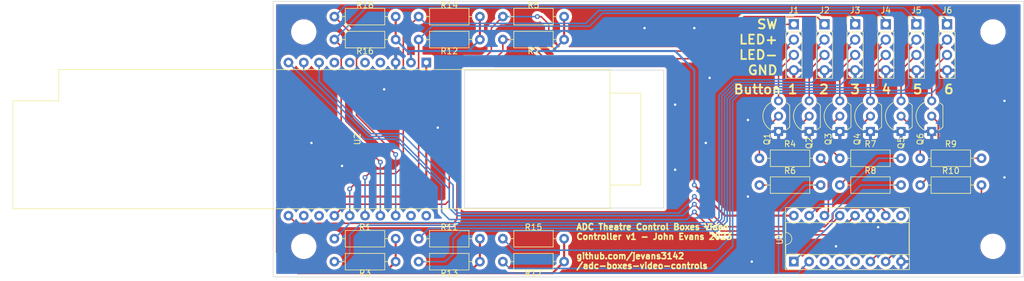
<source format=kicad_pcb>
(kicad_pcb (version 20211014) (generator pcbnew)
  (layers (0 "F.Cu" signal) (31 "B.Cu" signal) (34 "B.Paste" user) (35 "F.Paste" user) (36 "B.SilkS" user "B.Silkscreen") (37 "F.SilkS" user "F.Silkscreen") (38 "B.Mask" user) (39 "F.Mask" user) (44 "Edge.Cuts" user))
  (net 0 "")
  (net 1 "/SW_1")
  (net 2 "GND")
  (net 3 "+5V")
  (net 4 "+3V3")
  (net 5 "Net-(J1-Pad2)")
  (net 6 "Net-(J1-Pad3)")
  (net 7 "/SW_2")
  (net 8 "Net-(J2-Pad2)")
  (net 9 "Net-(J2-Pad3)")
  (net 10 "/SW_3")
  (net 11 "Net-(J3-Pad2)")
  (net 12 "Net-(J3-Pad3)")
  (net 13 "/SW_4")
  (net 14 "Net-(J4-Pad2)")
  (net 15 "Net-(J4-Pad3)")
  (net 16 "/SW_5")
  (net 17 "Net-(J5-Pad2)")
  (net 18 "Net-(J5-Pad3)")
  (net 19 "/SW_6")
  (net 20 "Net-(J6-Pad2)")
  (net 21 "Net-(J6-Pad3)")
  (net 22 "/LED_2")
  (net 23 "/LED_3")
  (net 24 "/LED_4")
  (net 25 "/LED_5")
  (net 26 "/LED_6")
  (net 27 "Net-(R4-Pad2)")
  (net 28 "Net-(R6-Pad2)")
  (net 29 "Net-(R8-Pad2)")
  (net 30 "Net-(R9-Pad2)")
  (net 31 "Net-(R10-Pad2)")
  (net 33 "/LED_A")
  (net 36 "/LED_C")
  (net 38 "/LED_B")
  (net 46 "/LED_1")
  (net 48 "Net-(R7-Pad2)")
  (footprint "Connector_PinHeader_2.54mm:PinHeader_1x04_P2.54mm_Vertical" (layer "F.Cu") (at 129.54 21.6)
    (fp_text reference "J6" (at 0 -2.33) (layer "F.SilkS"))
    (fp_text value "Conn_01x04_Female")
    (pad "1" thru_hole rect locked (at 0 0) (size 1.7 1.7) (drill 1) (layers *.Cu *.Mask) (net 19 "/SW_6"))
    (pad "2" thru_hole oval locked (at 0 2.54) (size 1.7 1.7) (drill 1) (layers *.Cu *.Mask) (net 20 "Net-(J6-Pad2)"))
    (pad "3" thru_hole oval locked (at 0 5.08) (size 1.7 1.7) (drill 1) (layers *.Cu *.Mask) (net 21 "Net-(J6-Pad3)"))
    (pad "4" thru_hole oval locked (at 0 7.62) (size 1.7 1.7) (drill 1) (layers *.Cu *.Mask) (net 2 "GND"))
  )
  (footprint "Package_TO_SOT_THT:TO-92_Inline_Wide" (layer "F.Cu") (at 101.6 39.37 90)
    (fp_text reference "Q1" (at -1.27 -1.905 90) (layer "F.SilkS"))
    (fp_text value "KSP43BU")
    (pad "1" thru_hole rect locked (at 0 0 90) (size 1.5 1.5) (drill 0.8) (layers *.Cu *.Mask) (net 2 "GND"))
    (pad "2" thru_hole circle locked (at 2.54 0 90) (size 1.5 1.5) (drill 0.8) (layers *.Cu *.Mask) (net 46 "/LED_1"))
    (pad "3" thru_hole circle locked (at 5.08 0 90) (size 1.5 1.5) (drill 0.8) (layers *.Cu *.Mask) (net 6 "Net-(J1-Pad3)"))
  )
  (footprint "Resistor_THT:R_Axial_DIN0207_L6.3mm_D2.5mm_P10.16mm_Horizontal" (layer "F.Cu") (at 111.76 48.26)
    (fp_text reference "R8" (at 5.08 -2.37) (layer "F.SilkS"))
    (fp_text value "4.7K")
    (pad "1" thru_hole circle locked (at 0 0) (size 1.6 1.6) (drill 0.8) (layers *.Cu *.Mask) (net 24 "/LED_4"))
    (pad "2" thru_hole oval locked (at 10.16 0) (size 1.6 1.6) (drill 0.8) (layers *.Cu *.Mask) (net 29 "Net-(R8-Pad2)"))
  )
  (footprint "Resistor_THT:R_Axial_DIN0207_L6.3mm_D2.5mm_P10.16mm_Horizontal" (layer "F.Cu") (at 55.88 57.15)
    (fp_text reference "R15" (at 5.08 -1.905) (layer "F.SilkS"))
    (fp_text value "2.2K")
    (pad "1" thru_hole circle locked (at 0 0) (size 1.6 1.6) (drill 0.8) (layers *.Cu *.Mask) (net 17 "Net-(J5-Pad2)"))
    (pad "2" thru_hole oval locked (at 10.16 0) (size 1.6 1.6) (drill 0.8) (layers *.Cu *.Mask) (net 3 "+5V"))
  )
  (footprint "Resistor_THT:R_Axial_DIN0207_L6.3mm_D2.5mm_P10.16mm_Horizontal" (layer "F.Cu") (at 111.76 43.815)
    (fp_text reference "R7" (at 5.08 -2.37) (layer "F.SilkS"))
    (fp_text value "4.7K")
    (pad "1" thru_hole circle locked (at 0 0) (size 1.6 1.6) (drill 0.8) (layers *.Cu *.Mask) (net 23 "/LED_3"))
    (pad "2" thru_hole oval locked (at 10.16 0) (size 1.6 1.6) (drill 0.8) (layers *.Cu *.Mask) (net 48 "Net-(R7-Pad2)"))
  )
  (footprint "Resistor_THT:R_Axial_DIN0207_L6.3mm_D2.5mm_P10.16mm_Horizontal" (layer "F.Cu") (at 27.94 20.32)
    (fp_text reference "R18" (at 5.08 -1.905) (layer "F.SilkS"))
    (fp_text value "4.7K")
    (pad "1" thru_hole circle locked (at 0 0) (size 1.6 1.6) (drill 0.8) (layers *.Cu *.Mask) (net 19 "/SW_6"))
    (pad "2" thru_hole oval locked (at 10.16 0) (size 1.6 1.6) (drill 0.8) (layers *.Cu *.Mask) (net 4 "+3V3"))
  )
  (footprint "Connector_PinHeader_2.54mm:PinHeader_1x04_P2.54mm_Vertical" (layer "F.Cu") (at 109.22 21.6)
    (fp_text reference "J2" (at 0 -2.33) (layer "F.SilkS"))
    (fp_text value "Conn_01x04_Female")
    (pad "1" thru_hole rect locked (at 0 0) (size 1.7 1.7) (drill 1) (layers *.Cu *.Mask) (net 7 "/SW_2"))
    (pad "2" thru_hole oval locked (at 0 2.54) (size 1.7 1.7) (drill 1) (layers *.Cu *.Mask) (net 8 "Net-(J2-Pad2)"))
    (pad "3" thru_hole oval locked (at 0 5.08) (size 1.7 1.7) (drill 1) (layers *.Cu *.Mask) (net 9 "Net-(J2-Pad3)"))
    (pad "4" thru_hole oval locked (at 0 7.62) (size 1.7 1.7) (drill 1) (layers *.Cu *.Mask) (net 2 "GND"))
  )
  (footprint "Module:Olimex_ESP32_PoE_ISO" (layer "F.Cu") (at 43.18 27.94 -90)
    (fp_text reference "U2" (at 12.69 11.43 90) (layer "F.SilkS"))
    (fp_text value "ESP32-PoE-ISO")
    (pad "1" thru_hole rect (at 0 0 270) (size 1.6 1.6) (drill 0.8) (layers *.Cu *.Mask) (net 3 "+5V"))
    (pad "2" thru_hole oval (at 0 2.54 270) (size 1.6 1.6) (drill 0.8) (layers *.Cu *.Mask) (net 4 "+3V3"))
    (pad "3" thru_hole oval (at 0 5.08 270) (size 1.6 1.6) (drill 0.8) (layers *.Cu *.Mask) (net 2 "GND"))
    (pad "4" thru_hole oval (at 0 7.62 270) (size 1.6 1.6) (drill 0.8) (layers *.Cu *.Mask))
    (pad "5" thru_hole oval (at 0 10.16 270) (size 1.6 1.6) (drill 0.8) (layers *.Cu *.Mask))
    (pad "6" thru_hole oval (at 0 12.7 270) (size 1.6 1.6) (drill 0.8) (layers *.Cu *.Mask))
    (pad "7" thru_hole oval (at 0 15.24 270) (size 1.6 1.6) (drill 0.8) (layers *.Cu *.Mask))
    (pad "8" thru_hole oval (at 0 17.78 270) (size 1.6 1.6) (drill 0.8) (layers *.Cu *.Mask) (net 33 "/LED_A"))
    (pad "9" thru_hole oval (at 0 20.32 270) (size 1.6 1.6) (drill 0.8) (layers *.Cu *.Mask) (net 38 "/LED_B"))
    (pad "10" thru_hole oval (at 0 22.86 270) (size 1.6 1.6) (drill 0.8) (layers *.Cu *.Mask) (net 36 "/LED_C"))
    (pad "11" thru_hole oval (at 25.4 22.86 270) (size 1.6 1.6) (drill 0.8) (layers *.Cu *.Mask) (net 1 "/SW_1"))
    (pad "12" thru_hole oval (at 25.4 20.32 270) (size 1.6 1.6) (drill 0.8) (layers *.Cu *.Mask))
    (pad "13" thru_hole oval (at 25.4 17.78 270) (size 1.6 1.6) (drill 0.8) (layers *.Cu *.Mask))
    (pad "14" thru_hole oval (at 25.4 15.24 270) (size 1.6 1.6) (drill 0.8) (layers *.Cu *.Mask) (net 7 "/SW_2"))
    (pad "15" thru_hole oval (at 25.4 12.7 270) (size 1.6 1.6) (drill 0.8) (layers *.Cu *.Mask) (net 10 "/SW_3"))
    (pad "16" thru_hole oval (at 25.4 10.16 270) (size 1.6 1.6) (drill 0.8) (layers *.Cu *.Mask) (net 13 "/SW_4"))
    (pad "17" thru_hole oval (at 25.4 7.62 270) (size 1.6 1.6) (drill 0.8) (layers *.Cu *.Mask) (net 16 "/SW_5"))
    (pad "18" thru_hole oval (at 25.4 5.08 270) (size 1.6 1.6) (drill 0.8) (layers *.Cu *.Mask) (net 19 "/SW_6"))
    (pad "19" thru_hole oval (at 25.4 2.54 270) (size 1.6 1.6) (drill 0.8) (layers *.Cu *.Mask))
    (pad "20" thru_hole oval (at 25.4 0 270) (size 1.6 1.6) (drill 0.8) (layers *.Cu *.Mask))
  )
  (footprint "Resistor_THT:R_Axial_DIN0207_L6.3mm_D2.5mm_P10.16mm_Horizontal" (layer "F.Cu") (at 41.91 24.13)
    (fp_text reference "R12" (at 5.08 1.905) (layer "F.SilkS"))
    (fp_text value "4.7K")
    (pad "1" thru_hole circle locked (at 0 0) (size 1.6 1.6) (drill 0.8) (layers *.Cu *.Mask) (net 10 "/SW_3"))
    (pad "2" thru_hole oval locked (at 10.16 0) (size 1.6 1.6) (drill 0.8) (layers *.Cu *.Mask) (net 4 "+3V3"))
  )
  (footprint "Resistor_THT:R_Axial_DIN0207_L6.3mm_D2.5mm_P10.16mm_Horizontal" (layer "F.Cu") (at 98.425 43.815)
    (fp_text reference "R4" (at 5.08 -2.37) (layer "F.SilkS"))
    (fp_text value "4.7K")
    (pad "1" thru_hole circle locked (at 0 0) (size 1.6 1.6) (drill 0.8) (layers *.Cu *.Mask) (net 46 "/LED_1"))
    (pad "2" thru_hole oval locked (at 10.16 0) (size 1.6 1.6) (drill 0.8) (layers *.Cu *.Mask) (net 27 "Net-(R4-Pad2)"))
  )
  (footprint "Package_TO_SOT_THT:TO-92_Inline_Wide" (layer "F.Cu") (at 106.68 39.37 90)
    (fp_text reference "Q2" (at -1.905 0 90) (layer "F.SilkS"))
    (fp_text value "KSP43BU")
    (pad "1" thru_hole rect locked (at 0 0 90) (size 1.5 1.5) (drill 0.8) (layers *.Cu *.Mask) (net 2 "GND"))
    (pad "2" thru_hole circle locked (at 2.54 0 90) (size 1.5 1.5) (drill 0.8) (layers *.Cu *.Mask) (net 22 "/LED_2"))
    (pad "3" thru_hole circle locked (at 5.08 0 90) (size 1.5 1.5) (drill 0.8) (layers *.Cu *.Mask) (net 9 "Net-(J2-Pad3)"))
  )
  (footprint "Resistor_THT:R_Axial_DIN0207_L6.3mm_D2.5mm_P10.16mm_Horizontal" (layer "F.Cu") (at 98.425 48.26)
    (fp_text reference "R6" (at 5.08 -2.37) (layer "F.SilkS"))
    (fp_text value "4.7K")
    (pad "1" thru_hole circle locked (at 0 0) (size 1.6 1.6) (drill 0.8) (layers *.Cu *.Mask) (net 22 "/LED_2"))
    (pad "2" thru_hole oval locked (at 10.16 0) (size 1.6 1.6) (drill 0.8) (layers *.Cu *.Mask) (net 28 "Net-(R6-Pad2)"))
  )
  (footprint "Resistor_THT:R_Axial_DIN0207_L6.3mm_D2.5mm_P10.16mm_Horizontal" (layer "F.Cu") (at 27.94 57.15)
    (fp_text reference "R1" (at 5.08 -1.905) (layer "F.SilkS"))
    (fp_text value "2.2K")
    (pad "1" thru_hole circle locked (at 0 0) (size 1.6 1.6) (drill 0.8) (layers *.Cu *.Mask) (net 5 "Net-(J1-Pad2)"))
    (pad "2" thru_hole oval locked (at 10.16 0) (size 1.6 1.6) (drill 0.8) (layers *.Cu *.Mask) (net 3 "+5V"))
  )
  (footprint "Resistor_THT:R_Axial_DIN0207_L6.3mm_D2.5mm_P10.16mm_Horizontal" (layer "F.Cu") (at 55.88 60.96)
    (fp_text reference "R17" (at 5.08 1.905) (layer "F.SilkS"))
    (fp_text value "2.2K")
    (pad "1" thru_hole circle locked (at 0 0) (size 1.6 1.6) (drill 0.8) (layers *.Cu *.Mask) (net 20 "Net-(J6-Pad2)"))
    (pad "2" thru_hole oval locked (at 10.16 0) (size 1.6 1.6) (drill 0.8) (layers *.Cu *.Mask) (net 3 "+5V"))
  )
  (footprint "Package_TO_SOT_THT:TO-92_Inline_Wide" (layer "F.Cu") (at 127 39.37 90)
    (fp_text reference "Q6" (at -1.27 -1.905 90) (layer "F.SilkS"))
    (fp_text value "KSP43BU")
    (pad "1" thru_hole rect locked (at 0 0 90) (size 1.5 1.5) (drill 0.8) (layers *.Cu *.Mask) (net 2 "GND"))
    (pad "2" thru_hole circle locked (at 2.54 0 90) (size 1.5 1.5) (drill 0.8) (layers *.Cu *.Mask) (net 26 "/LED_6"))
    (pad "3" thru_hole circle locked (at 5.08 0 90) (size 1.5 1.5) (drill 0.8) (layers *.Cu *.Mask) (net 21 "Net-(J6-Pad3)"))
  )
  (footprint "Resistor_THT:R_Axial_DIN0207_L6.3mm_D2.5mm_P10.16mm_Horizontal" (layer "F.Cu") (at 41.91 57.15)
    (fp_text reference "R11" (at 5.08 -1.905) (layer "F.SilkS"))
    (fp_text value "2.2K")
    (pad "1" thru_hole circle locked (at 0 0) (size 1.6 1.6) (drill 0.8) (layers *.Cu *.Mask) (net 11 "Net-(J3-Pad2)"))
    (pad "2" thru_hole oval locked (at 10.16 0) (size 1.6 1.6) (drill 0.8) (layers *.Cu *.Mask) (net 3 "+5V"))
  )
  (footprint "Resistor_THT:R_Axial_DIN0207_L6.3mm_D2.5mm_P10.16mm_Horizontal" (layer "F.Cu") (at 41.91 60.96)
    (fp_text reference "R13" (at 5.08 1.905) (layer "F.SilkS"))
    (fp_text value "2.2K")
    (pad "1" thru_hole circle locked (at 0 0) (size 1.6 1.6) (drill 0.8) (layers *.Cu *.Mask) (net 14 "Net-(J4-Pad2)"))
    (pad "2" thru_hole oval locked (at 10.16 0) (size 1.6 1.6) (drill 0.8) (layers *.Cu *.Mask) (net 3 "+5V"))
  )
  (footprint "Resistor_THT:R_Axial_DIN0207_L6.3mm_D2.5mm_P10.16mm_Horizontal" (layer "F.Cu") (at 125.095 48.26)
    (fp_text reference "R10" (at 5.08 -2.37) (layer "F.SilkS"))
    (fp_text value "4.7K")
    (pad "1" thru_hole circle locked (at 0 0) (size 1.6 1.6) (drill 0.8) (layers *.Cu *.Mask) (net 26 "/LED_6"))
    (pad "2" thru_hole oval locked (at 10.16 0) (size 1.6 1.6) (drill 0.8) (layers *.Cu *.Mask) (net 31 "Net-(R10-Pad2)"))
  )
  (footprint "Package_TO_SOT_THT:TO-92_Inline_Wide" (layer "F.Cu") (at 111.76 39.37 90)
    (fp_text reference "Q3" (at -1.27 -1.905 90) (layer "F.SilkS"))
    (fp_text value "KSP43BU")
    (pad "1" thru_hole rect locked (at 0 0 90) (size 1.5 1.5) (drill 0.8) (layers *.Cu *.Mask) (net 2 "GND"))
    (pad "2" thru_hole circle locked (at 2.54 0 90) (size 1.5 1.5) (drill 0.8) (layers *.Cu *.Mask) (net 23 "/LED_3"))
    (pad "3" thru_hole circle locked (at 5.08 0 90) (size 1.5 1.5) (drill 0.8) (layers *.Cu *.Mask) (net 12 "Net-(J3-Pad3)"))
  )
  (footprint "MountingHole:MountingHole_3.2mm_M3" (layer "F.Cu") (at 22.86 22.86)
    (fp_text reference "H2" hide)
    (fp_text value "MountingHole")
    (pad "" np_thru_hole circle locked (at 0 0) (size 3.2 3.2) (drill 3.2) (layers *.Cu *.Mask))
  )
  (footprint "Resistor_THT:R_Axial_DIN0207_L6.3mm_D2.5mm_P10.16mm_Horizontal" (layer "F.Cu") (at 55.88 24.13)
    (fp_text reference "R2" (at 5.08 1.905) (layer "F.SilkS"))
    (fp_text value "4.7K")
    (pad "1" thru_hole circle locked (at 0 0) (size 1.6 1.6) (drill 0.8) (layers *.Cu *.Mask) (net 1 "/SW_1"))
    (pad "2" thru_hole oval locked (at 10.16 0) (size 1.6 1.6) (drill 0.8) (layers *.Cu *.Mask) (net 4 "+3V3"))
  )
  (footprint "Package_DIP:DIP-16_W7.62mm_Socket" (layer "F.Cu") (at 104.13 60.95 90)
    (fp_text reference "U1" (at 3.81 -2.33 90) (layer "F.SilkS"))
    (fp_text value "CD4028BEE4")
    (pad "1" thru_hole rect locked (at 0 0 90) (size 1.6 1.6) (drill 0.8) (layers *.Cu *.Mask) (net 29 "Net-(R8-Pad2)"))
    (pad "2" thru_hole oval locked (at 0 2.54 90) (size 1.6 1.6) (drill 0.8) (layers *.Cu *.Mask) (net 28 "Net-(R6-Pad2)"))
    (pad "3" thru_hole oval locked (at 0 5.08 90) (size 1.6 1.6) (drill 0.8) (layers *.Cu *.Mask))
    (pad "4" thru_hole oval locked (at 0 7.62 90) (size 1.6 1.6) (drill 0.8) (layers *.Cu *.Mask))
    (pad "5" thru_hole oval locked (at 0 10.16 90) (size 1.6 1.6) (drill 0.8) (layers *.Cu *.Mask))
    (pad "6" thru_hole oval locked (at 0 12.7 90) (size 1.6 1.6) (drill 0.8) (layers *.Cu *.Mask) (net 30 "Net-(R9-Pad2)"))
    (pad "7" thru_hole oval locked (at 0 15.24 90) (size 1.6 1.6) (drill 0.8) (layers *.Cu *.Mask) (net 31 "Net-(R10-Pad2)"))
    (pad "8" thru_hole oval locked (at 0 17.78 90) (size 1.6 1.6) (drill 0.8) (layers *.Cu *.Mask) (net 2 "GND"))
    (pad "9" thru_hole oval locked (at 7.62 17.78 90) (size 1.6 1.6) (drill 0.8) (layers *.Cu *.Mask))
    (pad "10" thru_hole oval locked (at 7.62 15.24 90) (size 1.6 1.6) (drill 0.8) (layers *.Cu *.Mask) (net 33 "/LED_A"))
    (pad "11" thru_hole oval locked (at 7.62 12.7 90) (size 1.6 1.6) (drill 0.8) (layers *.Cu *.Mask) (net 2 "GND"))
    (pad "12" thru_hole oval locked (at 7.62 10.16 90) (size 1.6 1.6) (drill 0.8) (layers *.Cu *.Mask) (net 36 "/LED_C"))
    (pad "13" thru_hole oval locked (at 7.62 7.62 90) (size 1.6 1.6) (drill 0.8) (layers *.Cu *.Mask) (net 38 "/LED_B"))
    (pad "14" thru_hole oval locked (at 7.62 5.08 90) (size 1.6 1.6) (drill 0.8) (layers *.Cu *.Mask) (net 27 "Net-(R4-Pad2)"))
    (pad "15" thru_hole oval locked (at 7.62 2.54 90) (size 1.6 1.6) (drill 0.8) (layers *.Cu *.Mask) (net 48 "Net-(R7-Pad2)"))
    (pad "16" thru_hole oval locked (at 7.62 0 90) (size 1.6 1.6) (drill 0.8) (layers *.Cu *.Mask) (net 4 "+3V3"))
  )
  (footprint "MountingHole:MountingHole_3.2mm_M3" (layer "F.Cu") (at 137.16 58.42)
    (fp_text reference "H3" hide)
    (fp_text value "MountingHole")
    (pad "" np_thru_hole circle locked (at 0 0) (size 3.2 3.2) (drill 3.2) (layers *.Cu *.Mask))
  )
  (footprint "Package_TO_SOT_THT:TO-92_Inline_Wide" (layer "F.Cu") (at 116.84 39.37 90)
    (fp_text reference "Q4" (at -1.27 -2.192817 90) (layer "F.SilkS"))
    (fp_text value "KSP43BU")
    (pad "1" thru_hole rect locked (at 0 0 90) (size 1.5 1.5) (drill 0.8) (layers *.Cu *.Mask) (net 2 "GND"))
    (pad "2" thru_hole circle locked (at 2.54 0 90) (size 1.5 1.5) (drill 0.8) (layers *.Cu *.Mask) (net 24 "/LED_4"))
    (pad "3" thru_hole circle locked (at 5.08 0 90) (size 1.5 1.5) (drill 0.8) (layers *.Cu *.Mask) (net 15 "Net-(J4-Pad3)"))
  )
  (footprint "Connector_PinHeader_2.54mm:PinHeader_1x04_P2.54mm_Vertical" (layer "F.Cu") (at 104.14 21.6)
    (fp_text reference "J1" (at 0 -2.33) (layer "F.SilkS"))
    (fp_text value "Conn_01x04_Female")
    (pad "1" thru_hole rect locked (at 0 0) (size 1.7 1.7) (drill 1) (layers *.Cu *.Mask) (net 1 "/SW_1"))
    (pad "2" thru_hole oval locked (at 0 2.54) (size 1.7 1.7) (drill 1) (layers *.Cu *.Mask) (net 5 "Net-(J1-Pad2)"))
    (pad "3" thru_hole oval locked (at 0 5.08) (size 1.7 1.7) (drill 1) (layers *.Cu *.Mask) (net 6 "Net-(J1-Pad3)"))
    (pad "4" thru_hole oval locked (at 0 7.62) (size 1.7 1.7) (drill 1) (layers *.Cu *.Mask) (net 2 "GND"))
  )
  (footprint "Resistor_THT:R_Axial_DIN0207_L6.3mm_D2.5mm_P10.16mm_Horizontal" (layer "F.Cu") (at 27.94 60.96)
    (fp_text reference "R3" (at 5.08 1.905) (layer "F.SilkS"))
    (fp_text value "2.2K")
    (pad "1" thru_hole circle locked (at 0 0) (size 1.6 1.6) (drill 0.8) (layers *.Cu *.Mask) (net 8 "Net-(J2-Pad2)"))
    (pad "2" thru_hole oval locked (at 10.16 0) (size 1.6 1.6) (drill 0.8) (layers *.Cu *.Mask) (net 3 "+5V"))
  )
  (footprint "MountingHole:MountingHole_3.2mm_M3" (layer "F.Cu") (at 137.16 22.86)
    (fp_text reference "H1" hide)
    (fp_text value "MountingHole")
    (pad "" np_thru_hole circle locked (at 0 0) (size 3.2 3.2) (drill 3.2) (layers *.Cu *.Mask))
  )
  (footprint "Connector_PinHeader_2.54mm:PinHeader_1x04_P2.54mm_Vertical" (layer "F.Cu") (at 114.3 21.6)
    (fp_text reference "J3" (at 0 -2.33) (layer "F.SilkS"))
    (fp_text value "Conn_01x04_Female")
    (pad "1" thru_hole rect locked (at 0 0) (size 1.7 1.7) (drill 1) (layers *.Cu *.Mask) (net 10 "/SW_3"))
    (pad "2" thru_hole oval locked (at 0 2.54) (size 1.7 1.7) (drill 1) (layers *.Cu *.Mask) (net 11 "Net-(J3-Pad2)"))
    (pad "3" thru_hole oval locked (at 0 5.08) (size 1.7 1.7) (drill 1) (layers *.Cu *.Mask) (net 12 "Net-(J3-Pad3)"))
    (pad "4" thru_hole oval locked (at 0 7.62) (size 1.7 1.7) (drill 1) (layers *.Cu *.Mask) (net 2 "GND"))
  )
  (footprint "Package_TO_SOT_THT:TO-92_Inline_Wide" (layer "F.Cu") (at 121.92 39.37 90)
    (fp_text reference "Q5" (at -1.905 0 90) (layer "F.SilkS"))
    (fp_text value "KSP43BU")
    (pad "1" thru_hole rect locked (at 0 0 90) (size 1.5 1.5) (drill 0.8) (layers *.Cu *.Mask) (net 2 "GND"))
    (pad "2" thru_hole circle locked (at 2.54 0 90) (size 1.5 1.5) (drill 0.8) (layers *.Cu *.Mask) (net 25 "/LED_5"))
    (pad "3" thru_hole circle locked (at 5.08 0 90) (size 1.5 1.5) (drill 0.8) (layers *.Cu *.Mask) (net 18 "Net-(J5-Pad3)"))
  )
  (footprint "Connector_PinHeader_2.54mm:PinHeader_1x04_P2.54mm_Vertical" (layer "F.Cu") (at 119.38 21.6)
    (fp_text reference "J4" (at 0 -2.33) (layer "F.SilkS"))
    (fp_text value "Conn_01x04_Female")
    (pad "1" thru_hole rect locked (at 0 0) (size 1.7 1.7) (drill 1) (layers *.Cu *.Mask) (net 13 "/SW_4"))
    (pad "2" thru_hole oval locked (at 0 2.54) (size 1.7 1.7) (drill 1) (layers *.Cu *.Mask) (net 14 "Net-(J4-Pad2)"))
    (pad "3" thru_hole oval locked (at 0 5.08) (size 1.7 1.7) (drill 1) (layers *.Cu *.Mask) (net 15 "Net-(J4-Pad3)"))
    (pad "4" thru_hole oval locked (at 0 7.62) (size 1.7 1.7) (drill 1) (layers *.Cu *.Mask) (net 2 "GND"))
  )
  (footprint "MountingHole:MountingHole_3.2mm_M3" (layer "F.Cu") (at 22.86 58.42)
    (fp_text reference "H4" hide)
    (fp_text value "MountingHole")
    (pad "" np_thru_hole circle locked (at 0 0) (size 3.2 3.2) (drill 3.2) (layers *.Cu *.Mask))
  )
  (footprint "Resistor_THT:R_Axial_DIN0207_L6.3mm_D2.5mm_P10.16mm_Horizontal" (layer "F.Cu") (at 125.095 43.815)
    (fp_text reference "R9" (at 5.08 -2.37) (layer "F.SilkS"))
    (fp_text value "4.7K")
    (pad "1" thru_hole circle locked (at 0 0) (size 1.6 1.6) (drill 0.8) (layers *.Cu *.Mask) (net 25 "/LED_5"))
    (pad "2" thru_hole oval locked (at 10.16 0) (size 1.6 1.6) (drill 0.8) (layers *.Cu *.Mask) (net 30 "Net-(R9-Pad2)"))
  )
  (footprint "Resistor_THT:R_Axial_DIN0207_L6.3mm_D2.5mm_P10.16mm_Horizontal" (layer "F.Cu") (at 41.91 20.32)
    (fp_text reference "R14" (at 5.08 -1.905) (layer "F.SilkS"))
    (fp_text value "4.7K")
    (pad "1" thru_hole circle locked (at 0 0) (size 1.6 1.6) (drill 0.8) (layers *.Cu *.Mask) (net 13 "/SW_4"))
    (pad "2" thru_hole oval locked (at 10.16 0) (size 1.6 1.6) (drill 0.8) (layers *.Cu *.Mask) (net 4 "+3V3"))
  )
  (footprint "Resistor_THT:R_Axial_DIN0207_L6.3mm_D2.5mm_P10.16mm_Horizontal" (layer "F.Cu") (at 55.88 20.32)
    (fp_text reference "R5" (at 5.08 -1.905) (layer "F.SilkS"))
    (fp_text value "4.7K")
    (pad "1" thru_hole circle locked (at 0 0) (size 1.6 1.6) (drill 0.8) (layers *.Cu *.Mask) (net 7 "/SW_2"))
    (pad "2" thru_hole oval locked (at 10.16 0) (size 1.6 1.6) (drill 0.8) (layers *.Cu *.Mask) (net 4 "+3V3"))
  )
  (footprint "Resistor_THT:R_Axial_DIN0207_L6.3mm_D2.5mm_P10.16mm_Horizontal" (layer "F.Cu") (at 27.94 24.13)
    (fp_text reference "R16" (at 5.08 1.905) (layer "F.SilkS"))
    (fp_text value "4.7K")
    (pad "1" thru_hole circle locked (at 0 0) (size 1.6 1.6) (drill 0.8) (layers *.Cu *.Mask) (net 16 "/SW_5"))
    (pad "2" thru_hole oval locked (at 10.16 0) (size 1.6 1.6) (drill 0.8) (layers *.Cu *.Mask) (net 4 "+3V3"))
  )
  (footprint "Connector_PinHeader_2.54mm:PinHeader_1x04_P2.54mm_Vertical" (layer "F.Cu") (at 124.46 21.6)
    (fp_text reference "J5" (at 0 -2.33) (layer "F.SilkS"))
    (fp_text value "Conn_01x04_Female")
    (pad "1" thru_hole rect locked (at 0 0) (size 1.7 1.7) (drill 1) (layers *.Cu *.Mask) (net 16 "/SW_5"))
    (pad "2" thru_hole oval locked (at 0 2.54) (size 1.7 1.7) (drill 1) (layers *.Cu *.Mask) (net 17 "Net-(J5-Pad2)"))
    (pad "3" thru_hole oval locked (at 0 5.08) (size 1.7 1.7) (drill 1) (layers *.Cu *.Mask) (net 18 "Net-(J5-Pad3)"))
    (pad "4" thru_hole oval locked (at 0 7.62) (size 1.7 1.7) (drill 1) (layers *.Cu *.Mask) (net 2 "GND"))
  )
  (gr_rect (start 17.78 17.78) (end 142.24 63.5) (layer "Edge.Cuts") (width 0.1) (fill none))
  (gr_rect (start 82.55 29.21) (end 49.53 52.07) (layer "Edge.Cuts") (width 0.1) (fill none))
  (gr_text "ADC Theatre Control Boxes Video\nController v1 - John Evans 2023\n\ngithub.com/jevans3142\n/adc-boxes-video-controls" (at 67.945 58.42) (layer "F.SilkS") (effects (font (size 1 1) (thickness 0.25)) (justify left)))
  (gr_text "Button 1   2   3   4   5   6" (at 130.81 32.385) (layer "F.SilkS") (effects (font (size 1.5 1.6) (thickness 0.3)) (justify right)))
  (gr_text "LED-\n" (at 101.6 26.67) (layer "F.SilkS") (effects (font (size 1.5 1.6) (thickness 0.3)) (justify right)))
  (gr_text "LED+\n" (at 101.6 24.13) (layer "F.SilkS") (effects (font (size 1.5 1.6) (thickness 0.3)) (justify right)))
  (gr_text "GND" (at 101.6 29.21) (layer "F.SilkS") (effects (font (size 1.5 1.6) (thickness 0.3)) (justify right)))
  (gr_text "SW" (at 101.6 21.59) (layer "F.SilkS") (effects (font (size 1.5 1.6) (thickness 0.3)) (justify right)))
  (segment (start 104.14 21.6) (end 95.240718 21.6) (width 0.25) (layer "F.Cu") (net 1))
  (segment (start 47.625 54.61) (end 21.59 54.61) (width 0.25) (layer "F.Cu") (net 1))
  (segment (start 59.69 24.13) (end 55.88 24.13) (width 0.25) (layer "F.Cu") (net 1))
  (segment (start 89.535718 27.305) (end 62.865 27.305) (width 0.25) (layer "F.Cu") (net 1))
  (segment (start 21.59 54.61) (end 20.32 53.34) (width 0.25) (layer "F.Cu") (net 1))
  (segment (start 95.240718 21.6) (end 89.535718 27.305) (width 0.25) (layer "F.Cu") (net 1))
  (segment (start 49.53 27.94) (end 48.26 29.21) (width 0.25) (layer "F.Cu") (net 1))
  (segment (start 48.26 53.975) (end 47.625 54.61) (width 0.25) (layer "F.Cu") (net 1))
  (segment (start 55.88 26.035) (end 53.975 27.94) (width 0.25) (layer "F.Cu") (net 1))
  (segment (start 48.26 29.21) (end 48.26 53.975) (width 0.25) (layer "F.Cu") (net 1))
  (segment (start 62.865 27.305) (end 59.69 24.13) (width 0.25) (layer "F.Cu") (net 1))
  (segment (start 53.975 27.94) (end 49.53 27.94) (width 0.25) (layer "F.Cu") (net 1))
  (segment (start 55.88 24.13) (end 55.88 26.035) (width 0.25) (layer "F.Cu") (net 1))
  (via (at 36.195 32.385) (size 0.8) (drill 0.4) (layers "F.Cu" "B.Cu") (net 2))
  (via (at 97.155 60.96) (size 0.8) (drill 0.4) (layers "F.Cu" "B.Cu") (net 2))
  (via (at 96.52 50.165) (size 0.8) (drill 0.4) (layers "F.Cu" "B.Cu") (net 2))
  (via (at 29.21 45.085) (size 0.8) (drill 0.4) (layers "F.Cu" "B.Cu") (net 2))
  (via (at 139.065 46.99) (size 0.8) (drill 0.4) (layers "F.Cu" "B.Cu") (net 2))
  (via (at 79.375 22.225) (size 0.8) (drill 0.4) (layers "F.Cu" "B.Cu") (net 2))
  (via (at 24.13 41.275) (size 0.8) (drill 0.4) (layers "F.Cu" "B.Cu") (net 2))
  (via (at 118.11 55.245) (size 0.8) (drill 0.4) (layers "F.Cu" "B.Cu") (net 2))
  (via (at 89.535 41.275) (size 0.8) (drill 0.4) (layers "F.Cu" "B.Cu") (net 2))
  (via (at 84.455 34.925) (size 0.8) (drill 0.4) (layers "F.Cu" "B.Cu") (net 2))
  (via (at 84.455 45.72) (size 0.8) (drill 0.4) (layers "F.Cu" "B.Cu") (net 2))
  (via (at 96.52 37.465) (size 0.8) (drill 0.4) (layers "F.Cu" "B.Cu") (net 2))
  (via (at 139.065 34.29) (size 0.8) (drill 0.4) (layers "F.Cu" "B.Cu") (net 2))
  (via (at 45.085 38.735) (size 0.8) (drill 0.4) (layers "F.Cu" "B.Cu") (net 2))
  (via (at 87.63 22.225) (size 0.8) (drill 0.4) (layers "F.Cu" "B.Cu") (net 2))
  (via (at 90.17 30.48) (size 0.8) (drill 0.4) (layers "F.Cu" "B.Cu") (net 2))
  (via (at 111.125 58.42) (size 0.8) (drill 0.4) (layers "F.Cu" "B.Cu") (net 2))
  (segment (start 52.07 60.96) (end 50.165 62.865) (width 0.35) (layer "F.Cu") (net 3))
  (segment (start 64.135 62.865) (end 50.165 62.865) (width 0.35) (layer "F.Cu") (net 3))
  (segment (start 40.64 50.165) (end 43.18 47.625) (width 0.35) (layer "F.Cu") (net 3))
  (segment (start 36.195 62.865) (end 38.1 60.96) (width 0.35) (layer "F.Cu") (net 3))
  (segment (start 20.32 50.165) (end 18.415 52.07) (width 0.35) (layer "F.Cu") (net 3))
  (segment (start 66.04 60.96) (end 64.135 62.865) (width 0.35) (layer "F.Cu") (net 3))
  (segment (start 50.165 62.865) (end 36.195 62.865) (width 0.35) (layer "F.Cu") (net 3))
  (segment (start 38.1 57.15) (end 38.1 60.96) (width 0.35) (layer "F.Cu") (net 3))
  (segment (start 20.32 50.165) (end 40.64 50.165) (width 0.35) (layer "F.Cu") (net 3))
  (segment (start 18.415 59.3725) (end 21.9075 62.865) (width 0.35) (layer "F.Cu") (net 3))
  (segment (start 18.415 52.07) (end 18.415 59.3725) (width 0.35) (layer "F.Cu") (net 3))
  (segment (start 52.07 57.15) (end 52.07 60.96) (width 0.35) (layer "F.Cu") (net 3))
  (segment (start 66.04 57.15) (end 66.04 60.96) (width 0.35) (layer "F.Cu") (net 3))
  (segment (start 36.195 62.865) (end 21.9075 62.865) (width 0.35) (layer "F.Cu") (net 3))
  (segment (start 43.18 47.625) (end 43.18 27.94) (width 0.35) (layer "F.Cu") (net 3))
  (segment (start 38.1 20.32) (end 38.1 24.13) (width 0.35) (layer "F.Cu") (net 4))
  (segment (start 87.63 48.26) (end 92.7 53.33) (width 0.35) (layer "F.Cu") (net 4))
  (segment (start 92.7 53.33) (end 104.13 53.33) (width 0.35) (layer "F.Cu") (net 4))
  (segment (start 66.04 20.32) (end 66.04 24.13) (width 0.35) (layer "F.Cu") (net 4))
  (segment (start 52.07 20.32) (end 52.07 24.13) (width 0.35) (layer "F.Cu") (net 4))
  (via (at 87.63 48.26) (size 0.8) (drill 0.4) (layers "F.Cu" "B.Cu") (net 4))
  (segment (start 64.135 26.035) (end 50.165 26.035) (width 0.35) (layer "B.Cu") (net 4))
  (segment (start 40.005 26.035) (end 38.1 24.13) (width 0.35) (layer "B.Cu") (net 4))
  (segment (start 66.04 24.13) (end 64.135 26.035) (width 0.35) (layer "B.Cu") (net 4))
  (segment (start 50.165 26.035) (end 45.72 26.035) (width 0.35) (layer "B.Cu") (net 4))
  (segment (start 84.455 26.035) (end 86.995 28.575) (width 0.35) (layer "B.Cu") (net 4))
  (segment (start 87.63 29.21) (end 87.63 48.26) (width 0.35) (layer "B.Cu") (net 4))
  (segment (start 45.72 26.035) (end 40.005 26.035) (width 0.35) (layer "B.Cu") (net 4))
  (segment (start 52.07 24.13) (end 50.165 26.035) (width 0.35) (layer "B.Cu") (net 4))
  (segment (start 64.135 26.035) (end 84.455 26.035) (width 0.35) (layer "B.Cu") (net 4))
  (segment (start 40.64 26.67) (end 40.64 27.94) (width 0.35) (layer "B.Cu") (net 4))
  (segment (start 86.995 28.575) (end 87.63 29.21) (width 0.35) (layer "B.Cu") (net 4))
  (segment (start 40.005 26.035) (end 40.64 26.67) (width 0.35) (layer "B.Cu") (net 4))
  (segment (start 91.7324 33.359012) (end 91.7324 53.680446) (width 0.25) (layer "B.Cu") (net 5))
  (segment (start 102.5776 30.7724) (end 94.319012 30.7724) (width 0.25) (layer "B.Cu") (net 5))
  (segment (start 102.87 30.48) (end 102.5776 30.7724) (width 0.25) (layer "B.Cu") (net 5))
  (segment (start 30.612738 54.477262) (end 27.94 57.15) (width 0.25) (layer "B.Cu") (net 5))
  (segment (start 102.87 25.41) (end 102.87 30.48) (width 0.25) (layer "B.Cu") (net 5))
  (segment (start 90.935584 54.477262) (end 30.612738 54.477262) (width 0.25) (layer "B.Cu") (net 5))
  (segment (start 91.7324 53.680446) (end 90.935584 54.477262) (width 0.25) (layer "B.Cu") (net 5))
  (segment (start 104.14 24.14) (end 102.87 25.41) (width 0.25) (layer "B.Cu") (net 5))
  (segment (start 94.319012 30.7724) (end 91.7324 33.359012) (width 0.25) (layer "B.Cu") (net 5))
  (segment (start 101.6 29.22) (end 101.6 34.29) (width 0.25) (layer "F.Cu") (net 6))
  (segment (start 104.14 26.68) (end 101.6 29.22) (width 0.25) (layer "F.Cu") (net 6))
  (segment (start 53.975 26.035) (end 52.705 27.305) (width 0.25) (layer "F.Cu") (net 7))
  (segment (start 55.88 20.32) (end 53.975 22.225) (width 0.25) (layer "F.Cu") (net 7))
  (segment (start 95.885 20.32) (end 107.94 20.32) (width 0.25) (layer "F.Cu") (net 7))
  (segment (start 46.99 50.8) (end 46.355 51.435) (width 0.25) (layer "F.Cu") (net 7))
  (segment (start 63.5 21.59) (end 63.5 24.765) (width 0.25) (layer "F.Cu") (net 7))
  (segment (start 49.529282 27.305) (end 46.99 29.844282) (width 0.25) (layer "F.Cu") (net 7))
  (segment (start 53.975 22.225) (end 53.975 26.035) (width 0.25) (layer "F.Cu") (net 7))
  (segment (start 29.845 51.435) (end 27.94 53.34) (width 0.25) (layer "F.Cu") (net 7))
  (segment (start 64.77 26.035) (end 90.17 26.035) (width 0.25) (layer "F.Cu") (net 7))
  (segment (start 107.94 20.32) (end 109.22 21.6) (width 0.25) (layer "F.Cu") (net 7))
  (segment (start 90.17 26.035) (end 95.885 20.32) (width 0.25) (layer "F.Cu") (net 7))
  (segment (start 52.705 27.305) (end 49.529282 27.305) (width 0.25) (layer "F.Cu") (net 7))
  (segment (start 46.99 29.844282) (end 46.99 50.8) (width 0.25) (layer "F.Cu") (net 7))
  (segment (start 61.595 20.32) (end 62.23 20.32) (width 0.25) (layer "F.Cu") (net 7))
  (segment (start 62.23 20.32) (end 63.5 21.59) (width 0.25) (layer "F.Cu") (net 7))
  (segment (start 63.5 24.765) (end 64.77 26.035) (width 0.25) (layer "F.Cu") (net 7))
  (segment (start 46.355 51.435) (end 29.845 51.435) (width 0.25) (layer "F.Cu") (net 7))
  (via (at 61.595 20.32) (size 0.8) (drill 0.4) (layers "F.Cu" "B.Cu") (net 7))
  (segment (start 55.88 20.32) (end 61.595 20.32) (width 0.25) (layer "B.Cu") (net 7))
  (segment (start 107.95 25.41) (end 107.95 30.48) (width 0.25) (layer "B.Cu") (net 8))
  (segment (start 92.18192 53.866644) (end 91.121782 54.926782) (width 0.25) (layer "B.Cu") (net 8))
  (segment (start 92.18192 33.54521) (end 92.18192 53.866644) (width 0.25) (layer "B.Cu") (net 8))
  (segment (start 109.22 24.14) (end 107.95 25.41) (width 0.25) (layer "B.Cu") (net 8))
  (segment (start 29.21 60.96) (end 27.94 60.96) (width 0.25) (layer "B.Cu") (net 8))
  (segment (start 32.068218 54.926782) (end 30.48 56.515) (width 0.25) (layer "B.Cu") (net 8))
  (segment (start 91.121782 54.926782) (end 32.068218 54.926782) (width 0.25) (layer "B.Cu") (net 8))
  (segment (start 30.48 59.69) (end 29.21 60.96) (width 0.25) (layer "B.Cu") (net 8))
  (segment (start 107.95 30.48) (end 107.20808 31.22192) (width 0.25) (layer "B.Cu") (net 8))
  (segment (start 107.20808 31.22192) (end 94.50521 31.22192) (width 0.25) (layer "B.Cu") (net 8))
  (segment (start 94.50521 31.22192) (end 92.18192 33.54521) (width 0.25) (layer "B.Cu") (net 8))
  (segment (start 30.48 56.515) (end 30.48 59.69) (width 0.25) (layer "B.Cu") (net 8))
  (segment (start 106.68 29.22) (end 106.68 34.29) (width 0.25) (layer "F.Cu") (net 9))
  (segment (start 109.22 26.68) (end 106.68 29.22) (width 0.25) (layer "F.Cu") (net 9))
  (segment (start 41.275 46.99) (end 40.005 48.26) (width 0.25) (layer "F.Cu") (net 10))
  (segment (start 32.385 48.26) (end 31.115 48.26) (width 0.25) (layer "F.Cu") (net 10))
  (segment (start 31.115 48.26) (end 30.48 48.895) (width 0.25) (layer "F.Cu") (net 10))
  (segment (start 41.91 46.355) (end 41.275 46.99) (width 0.25) (layer "F.Cu") (net 10))
  (segment (start 41.91 24.13) (end 41.91 46.355) (width 0.25) (layer "F.Cu") (net 10))
  (segment (start 40.005 48.26) (end 32.385 48.26) (width 0.25) (layer "F.Cu") (net 10))
  (via (at 30.48 48.895) (size 0.8) (drill 0.4) (layers "F.Cu" "B.Cu") (net 10))
  (segment (start 41.91 24.13) (end 44.145969 21.894031) (width 0.25) (layer "B.Cu") (net 10))
  (segment (start 72.39 19.76356) (end 113.10856 19.76356) (width 0.25) (layer "B.Cu") (net 10))
  (segment (start 44.145969 21.894031) (end 70.259529 21.894031) (width 0.25) (layer "B.Cu") (net 10))
  (segment (start 70.259529 21.894031) (end 72.39 19.76356) (width 0.25) (layer "B.Cu") (net 10))
  (segment (start 30.48 48.895) (end 30.48 53.34) (width 0.25) (layer "B.Cu") (net 10))
  (segment (start 114.3 20.955) (end 114.3 21.6) (width 0.25) (layer "B.Cu") (net 10))
  (segment (start 113.10856 19.76356) (end 114.3 20.955) (width 0.25) (layer "B.Cu") (net 10))
  (segment (start 92.63144 36.83) (end 92.63144 54.052842) (width 0.25) (layer "B.Cu") (net 11))
  (segment (start 111.83856 31.67144) (end 94.691408 31.67144) (width 0.25) (layer "B.Cu") (net 11))
  (segment (start 91.253802 55.43048) (end 43.62952 55.43048) (width 0.25) (layer "B.Cu") (net 11))
  (segment (start 114.3 24.14) (end 113.04 25.4) (width 0.25) (layer "B.Cu") (net 11))
  (segment (start 113.04 25.4) (end 113.03 25.4) (width 0.25) (layer "B.Cu") (net 11))
  (segment (start 113.03 25.4) (end 113.03 30.48) (width 0.25) (layer "B.Cu") (net 11))
  (segment (start 43.62952 55.43048) (end 41.91 57.15) (width 0.25) (layer "B.Cu") (net 11))
  (segment (start 94.691408 31.67144) (end 92.63144 33.731408) (width 0.25) (layer "B.Cu") (net 11))
  (segment (start 113.03 30.48) (end 111.83856 31.67144) (width 0.25) (layer "B.Cu") (net 11))
  (segment (start 92.63144 33.731408) (end 92.63144 36.83) (width 0.25) (layer "B.Cu") (net 11))
  (segment (start 92.63144 54.052842) (end 91.253802 55.43048) (width 0.25) (layer "B.Cu") (net 11))
  (segment (start 114.3 26.68) (end 111.76 29.22) (width 0.25) (layer "F.Cu") (net 12))
  (segment (start 111.76 29.22) (end 111.76 34.29) (width 0.25) (layer "F.Cu") (net 12))
  (segment (start 39.37 22.86) (end 39.37 45.085) (width 0.25) (layer "F.Cu") (net 13))
  (segment (start 41.91 20.32) (end 39.37 22.86) (width 0.25) (layer "F.Cu") (net 13))
  (segment (start 39.37 45.085) (end 38.1 46.355) (width 0.25) (layer "F.Cu") (net 13))
  (segment (start 33.655 46.355) (end 33.02 46.99) (width 0.25) (layer "F.Cu") (net 13))
  (segment (start 38.1 46.355) (end 33.655 46.355) (width 0.25) (layer "F.Cu") (net 13))
  (via (at 33.02 46.99) (size 0.8) (drill 0.4) (layers "F.Cu" "B.Cu") (net 13))
  (segment (start 119.38 20.955) (end 117.73904 19.31404) (width 0.25) (layer "B.Cu") (net 13))
  (segment (start 119.38 21.6) (end 119.38 20.955) (width 0.25) (layer "B.Cu") (net 13))
  (segment (start 117.73904 19.31404) (end 71.755 19.31404) (width 0.25) (layer "B.Cu") (net 13))
  (segment (start 33.02 46.99) (end 33.02 53.34) (width 0.25) (layer "B.Cu") (net 13))
  (segment (start 41.91 20.32) (end 43.034511 21.444511) (width 0.25) (layer "B.Cu") (net 13))
  (segment (start 69.624529 21.444511) (end 71.755 19.31404) (width 0.25) (layer "B.Cu") (net 13))
  (segment (start 43.034511 21.444511) (end 69.624529 21.444511) (width 0.25) (layer "B.Cu") (net 13))
  (segment (start 93.08096 33.917605) (end 93.08096 54.23904) (width 0.25) (layer "B.Cu") (net 14))
  (segment (start 118.11 31.75) (end 117.73904 32.12096) (width 0.25) (layer "B.Cu") (net 14))
  (segment (start 118.11 25.41) (end 118.11 31.75) (width 0.25) (layer "B.Cu") (net 14))
  (segment (start 48.895 55.88) (end 47.625 57.15) (width 0.25) (layer "B.Cu") (net 14))
  (segment (start 94.877604 32.12096) (end 93.08096 33.917605) (width 0.25) (layer "B.Cu") (net 14))
  (segment (start 117.73904 32.12096) (end 94.877604 32.12096) (width 0.25) (layer "B.Cu") (net 14))
  (segment (start 47.625 59.69) (end 46.355 60.96) (width 0.25) (layer "B.Cu") (net 14))
  (segment (start 91.44 55.88) (end 48.895 55.88) (width 0.25) (layer "B.Cu") (net 14))
  (segment (start 119.38 24.14) (end 118.11 25.41) (width 0.25) (layer "B.Cu") (net 14))
  (segment (start 93.08096 54.23904) (end 91.44 55.88) (width 0.25) (layer "B.Cu") (net 14))
  (segment (start 46.355 60.96) (end 41.91 60.96) (width 0.25) (layer "B.Cu") (net 14))
  (segment (start 47.625 57.15) (end 47.625 59.69) (width 0.25) (layer "B.Cu") (net 14))
  (segment (start 116.84 29.22) (end 119.38 26.68) (width 0.25) (layer "F.Cu") (net 15))
  (segment (start 116.84 34.29) (end 116.84 29.22) (width 0.25) (layer "F.Cu") (net 15))
  (segment (start 27.94 24.13) (end 29.064511 25.254511) (width 0.25) (layer "F.Cu") (net 16))
  (segment (start 29.064511 37.954511) (end 35.56 44.45) (width 0.25) (layer "F.Cu") (net 16))
  (segment (start 29.064511 25.254511) (end 29.064511 37.954511) (width 0.25) (layer "F.Cu") (net 16))
  (via (at 35.56 44.45) (size 0.8) (drill 0.4) (layers "F.Cu" "B.Cu") (net 16))
  (segment (start 33.20548 18.86452) (end 27.94 24.13) (width 0.25) (layer "B.Cu") (net 16))
  (segment (start 124.46 21.6) (end 124.46 20.955) (width 0.25) (layer "B.Cu") (net 16))
  (segment (start 122.36952 18.86452) (end 33.20548 18.86452) (width 0.25) (layer "B.Cu") (net 16))
  (segment (start 124.46 20.955) (end 122.36952 18.86452) (width 0.25) (layer "B.Cu") (net 16))
  (segment (start 35.56 44.45) (end 35.56 53.34) (width 0.25) (layer "B.Cu") (net 16))
  (segment (start 93.53048 56.96452) (end 91.44 59.055) (width 0.25) (layer "B.Cu") (net 17))
  (segment (start 57.785 59.055) (end 55.88 57.15) (width 0.25) (layer "B.Cu") (net 17))
  (segment (start 91.44 59.055) (end 57.785 59.055) (width 0.25) (layer "B.Cu") (net 17))
  (segment (start 123.19 31.75) (end 122.36952 32.57048) (width 0.25) (layer "B.Cu") (net 17))
  (segment (start 123.2 25.4) (end 123.19 25.4) (width 0.25) (layer "B.Cu") (net 17))
  (segment (start 123.19 25.4) (end 123.19 31.75) (width 0.25) (layer "B.Cu") (net 17))
  (segment (start 122.36952 32.57048) (end 95.063802 32.57048) (width 0.25) (layer "B.Cu") (net 17))
  (segment (start 93.53048 34.103803) (end 93.53048 56.96452) (width 0.25) (layer "B.Cu") (net 17))
  (segment (start 95.063802 32.57048) (end 93.53048 34.103803) (width 0.25) (layer "B.Cu") (net 17))
  (segment (start 124.46 24.14) (end 123.2 25.4) (width 0.25) (layer "B.Cu") (net 17))
  (segment (start 121.92 29.22) (end 121.92 34.29) (width 0.25) (layer "F.Cu") (net 18))
  (segment (start 124.46 26.68) (end 121.92 29.22) (width 0.25) (layer "F.Cu") (net 18))
  (segment (start 31.604511 36.684511) (end 38.1 43.18) (width 0.25) (layer "F.Cu") (net 19))
  (segment (start 27.94 20.32) (end 31.604511 23.984511) (width 0.25) (layer "F.Cu") (net 19))
  (segment (start 31.604511 23.984511) (end 31.604511 36.684511) (width 0.25) (layer "F.Cu") (net 19))
  (via (at 38.1 43.18) (size 0.8) (drill 0.4) (layers "F.Cu" "B.Cu") (net 19))
  (segment (start 38.1 43.18) (end 38.1 53.34) (width 0.25) (layer "B.Cu") (net 19))
  (segment (start 129.54 20.955) (end 127 18.415) (width 0.25) (layer "B.Cu") (net 19))
  (segment (start 127 18.415) (end 29.845 18.415) (width 0.25) (layer "B.Cu") (net 19))
  (segment (start 129.54 21.6) (end 129.54 20.955) (width 0.25) (layer "B.Cu") (net 19))
  (segment (start 29.845 18.415) (end 27.94 20.32) (width 0.25) (layer "B.Cu") (net 19))
  (segment (start 129.54 24.14) (end 128.27 25.41) (width 0.25) (layer "B.Cu") (net 20))
  (segment (start 128.27 31.75) (end 127 33.02) (width 0.25) (layer "B.Cu") (net 20))
  (segment (start 93.98 58.42) (end 90.315489 62.084511) (width 0.25) (layer "B.Cu") (net 20))
  (segment (start 128.27 25.41) (end 128.27 31.75) (width 0.25) (layer "B.Cu") (net 20))
  (segment (start 93.98 34.29) (end 93.98 58.42) (width 0.25) (layer "B.Cu") (net 20))
  (segment (start 95.25 33.02) (end 93.98 34.29) (width 0.25) (layer "B.Cu") (net 20))
  (segment (start 90.315489 62.084511) (end 57.004511 62.084511) (width 0.25) (layer "B.Cu") (net 20))
  (segment (start 57.004511 62.084511) (end 55.88 60.96) (width 0.25) (layer "B.Cu") (net 20))
  (segment (start 127 33.02) (end 95.25 33.02) (width 0.25) (layer "B.Cu") (net 20))
  (segment (start 127 29.22) (end 127 34.29) (width 0.25) (layer "F.Cu") (net 21))
  (segment (start 129.54 26.68) (end 127 29.22) (width 0.25) (layer "F.Cu") (net 21))
  (segment (start 106.68 36.83) (end 103.505 40.005) (width 0.25) (layer "F.Cu") (net 22))
  (segment (start 103.505 40.005) (end 103.505 45.72) (width 0.25) (layer "F.Cu") (net 22))
  (segment (start 100.965 48.26) (end 98.425 48.26) (width 0.25) (layer "F.Cu") (net 22))
  (segment (start 103.505 45.72) (end 100.965 48.26) (width 0.25) (layer "F.Cu") (net 22))
  (segment (start 111.76 36.83) (end 109.855 38.735) (width 0.25) (layer "F.Cu") (net 23))
  (segment (start 109.855 38.735) (end 109.855 41.91) (width 0.25) (layer "F.Cu") (net 23))
  (segment (start 109.855 41.91) (end 111.76 43.815) (width 0.25) (layer "F.Cu") (net 23))
  (segment (start 113.665 40.005) (end 113.665 46.355) (width 0.25) (layer "F.Cu") (net 24))
  (segment (start 113.665 46.355) (end 111.76 48.26) (width 0.25) (layer "F.Cu") (net 24))
  (segment (start 116.84 36.83) (end 113.665 40.005) (width 0.25) (layer "F.Cu") (net 24))
  (segment (start 121.92 36.83) (end 125.095 40.005) (width 0.25) (layer "F.Cu") (net 25))
  (segment (start 125.095 40.005) (end 125.095 43.815) (width 0.25) (layer "F.Cu") (net 25))
  (segment (start 128.074511 45.280489) (end 125.095 48.26) (width 0.25) (layer "F.Cu") (net 26))
  (segment (start 128.074511 37.904511) (end 128.074511 45.280489) (width 0.25) (layer "F.Cu") (net 26))
  (segment (start 127 36.83) (end 128.074511 37.904511) (width 0.25) (layer "F.Cu") (net 26))
  (segment (start 109.855 52.685) (end 109.21 53.33) (width 0.25) (layer "F.Cu") (net 27))
  (segment (start 109.855 45.085) (end 109.855 52.685) (width 0.25) (layer "F.Cu") (net 27))
  (segment (start 108.585 43.815) (end 109.855 45.085) (width 0.25) (layer "F.Cu") (net 27))
  (segment (start 106.67 60.95) (end 104.755 62.865) (width 0.25) (layer "B.Cu") (net 28))
  (segment (start 106.045 48.26) (end 108.585 48.26) (width 0.25) (layer "B.Cu") (net 28))
  (segment (start 101.6 62.865) (end 101.6 52.705) (width 0.25) (layer "B.Cu") (net 28))
  (segment (start 101.6 52.705) (end 106.045 48.26) (width 0.25) (layer "B.Cu") (net 28))
  (segment (start 104.755 62.865) (end 101.6 62.865) (width 0.25) (layer "B.Cu") (net 28))
  (segment (start 110.49 52.9997) (end 110.49 54.59) (width 0.25) (layer "B.Cu") (net 29))
  (segment (start 115.2297 48.26) (end 110.49 52.9997) (width 0.25) (layer "B.Cu") (net 29))
  (segment (start 110.49 54.59) (end 104.13 60.95) (width 0.25) (layer "B.Cu") (net 29))
  (segment (start 121.92 48.26) (end 115.2297 48.26) (width 0.25) (layer "B.Cu") (net 29))
  (segment (start 133.965 43.815) (end 116.83 60.95) (width 0.25) (layer "F.Cu") (net 30))
  (segment (start 135.255 43.815) (end 133.965 43.815) (width 0.25) (layer "F.Cu") (net 30))
  (segment (start 126.345 53.975) (end 131.445 53.975) (width 0.25) (layer "F.Cu") (net 31))
  (segment (start 119.37 60.95) (end 126.345 53.975) (width 0.25) (layer "F.Cu") (net 31))
  (segment (start 131.445 53.975) (end 135.255 50.165) (width 0.25) (layer "F.Cu") (net 31))
  (segment (start 135.255 50.165) (end 135.255 48.26) (width 0.25) (layer "F.Cu") (net 31))
  (segment (start 109.265778 55.1555) (end 110.625489 53.795789) (width 0.25) (layer "F.Cu") (net 33))
  (segment (start 118.745 52.07) (end 119.37 52.695) (width 0.25) (layer "F.Cu") (net 33))
  (segment (start 87.63 50.165) (end 92.6205 55.1555) (width 0.25) (layer "F.Cu") (net 33))
  (segment (start 119.37 52.695) (end 119.37 53.33) (width 0.25) (layer "F.Cu") (net 33))
  (segment (start 110.625489 53.795789) (end 110.625489 52.864211) (width 0.25) (layer "F.Cu") (net 33))
  (segment (start 111.4197 52.07) (end 118.745 52.07) (width 0.25) (layer "F.Cu") (net 33))
  (segment (start 110.625489 52.864211) (end 111.4197 52.07) (width 0.25) (layer "F.Cu") (net 33))
  (segment (start 92.6205 55.1555) (end 109.265778 55.1555) (width 0.25) (layer "F.Cu") (net 33))
  (via (at 87.63 50.165) (size 0.8) (drill 0.4) (layers "F.Cu" "B.Cu") (net 33))
  (segment (start 48.446198 52.89048) (end 85.09 52.89048) (width 0.25) (layer "B.Cu") (net 33))
  (segment (start 85.09 52.89048) (end 87.63 50.35048) (width 0.25) (layer "B.Cu") (net 33))
  (segment (start 48.260359 52.704641) (end 48.446198 52.89048) (width 0.25) (layer "B.Cu") (net 33))
  (segment (start 25.4 31.115) (end 31.115 36.83) (width 0.25) (layer "B.Cu") (net 33))
  (segment (start 47.625 52.069282) (end 48.260359 52.704641) (width 0.25) (layer "B.Cu") (net 33))
  (segment (start 38.1 39.74096) (end 39.10596 39.74096) (width 0.25) (layer "B.Cu") (net 33))
  (segment (start 31.115 36.83) (end 34.02596 39.74096) (width 0.25) (layer "B.Cu") (net 33))
  (segment (start 34.02596 39.74096) (end 38.1 39.74096) (width 0.25) (layer "B.Cu") (net 33))
  (segment (start 39.10596 39.74096) (end 47.625 48.26) (width 0.25) (layer "B.Cu") (net 33))
  (segment (start 47.625 48.26) (end 47.625 52.069282) (width 0.25) (layer "B.Cu") (net 33))
  (segment (start 87.63 50.35048) (end 87.63 50.165) (width 0.25) (layer "B.Cu") (net 33))
  (segment (start 25.4 27.94) (end 25.4 31.115) (width 0.25) (layer "B.Cu") (net 33))
  (segment (start 87.63 52.705) (end 91.44 56.515) (width 0.25) (layer "F.Cu") (net 36))
  (segment (start 111.125 56.495) (end 114.29 53.33) (width 0.25) (layer "F.Cu") (net 36))
  (segment (start 111.125 56.515) (end 111.125 56.495) (width 0.25) (layer "F.Cu") (net 36))
  (segment (start 91.44 56.515) (end 111.125 56.515) (width 0.25) (layer "F.Cu") (net 36))
  (via (at 87.63 52.705) (size 0.8) (drill 0.4) (layers "F.Cu" "B.Cu") (net 36))
  (segment (start 46.99 53.975) (end 86.36 53.975) (width 0.25) (layer "B.Cu") (net 36))
  (segment (start 45.72 48.26) (end 45.72 52.705) (width 0.25) (layer "B.Cu") (net 36))
  (segment (start 20.32 27.94) (end 33.02 40.64) (width 0.25) (layer "B.Cu") (net 36))
  (segment (start 45.72 52.705) (end 46.99 53.975) (width 0.25) (layer "B.Cu") (net 36))
  (segment (start 33.02 40.64) (end 38.1 40.64) (width 0.25) (layer "B.Cu") (net 36))
  (segment (start 86.36 53.975) (end 87.63 52.705) (width 0.25) (layer "B.Cu") (net 36))
  (segment (start 38.1 40.64) (end 45.72 48.26) (width 0.25) (layer "B.Cu") (net 36))
  (segment (start 107.315 55.88) (end 92.075 55.88) (width 0.25) (layer "F.Cu") (net 38))
  (segment (start 92.075 55.88) (end 87.63 51.435) (width 0.25) (layer "F.Cu") (net 38))
  (segment (start 109.2 55.88) (end 107.315 55.88) (width 0.25) (layer "F.Cu") (net 38))
  (segment (start 111.75 53.33) (end 109.2 55.88) (width 0.25) (layer "F.Cu") (net 38))
  (via (at 87.63 51.435) (size 0.8) (drill 0.4) (layers "F.Cu" "B.Cu") (net 38))
  (segment (start 87.63 51.435) (end 85.725 53.34) (width 0.25) (layer "B.Cu") (net 38))
  (segment (start 22.86 29.39548) (end 22.86 27.94) (width 0.25) (layer "B.Cu") (net 38))
  (segment (start 85.725 53.34) (end 48.26 53.34) (width 0.25) (layer "B.Cu") (net 38))
  (segment (start 48.26 53.34) (end 46.99 52.07) (width 0.25) (layer "B.Cu") (net 38))
  (segment (start 46.990718 48.895) (end 38.286198 40.19048) (width 0.25) (layer "B.Cu") (net 38))
  (segment (start 38.286198 40.19048) (end 33.655 40.19048) (width 0.25) (layer "B.Cu") (net 38))
  (segment (start 33.655 40.19048) (end 22.86 29.39548) (width 0.25) (layer "B.Cu") (net 38))
  (segment (start 46.99 48.895718) (end 46.990718 48.895) (width 0.25) (layer "B.Cu") (net 38))
  (segment (start 46.99 52.07) (end 46.99 48.895718) (width 0.25) (layer "B.Cu") (net 38))
  (segment (start 98.425 40.005) (end 98.425 43.815) (width 0.25) (layer "F.Cu") (net 46))
  (segment (start 101.6 36.83) (end 98.425 40.005) (width 0.25) (layer "F.Cu") (net 46))
  (segment (start 108.565 51.435) (end 106.67 53.33) (width 0.25) (layer "B.Cu") (net 48))
  (segment (start 121.92 43.815) (end 118.11 43.815) (width 0.25) (layer "B.Cu") (net 48))
  (segment (start 118.11 43.815) (end 110.49 51.435) (width 0.25) (layer "B.Cu") (net 48))
  (segment (start 110.49 51.435) (end 108.565 51.435) (width 0.25) (layer "B.Cu") (net 48))
  (zone (net 2) (net_name "GND") (layers F&B.Cu) (connect_pads (clearance 0.508)) (min_thickness 0.254) (fill yes (thermal_gap 0.508) (thermal_bridge_width 0.508))
    (polygon (pts (xy 142.24 63.5) (xy 17.78 63.5) (xy 17.78 17.78) (xy 142.24 17.78)))
  )
)
</source>
